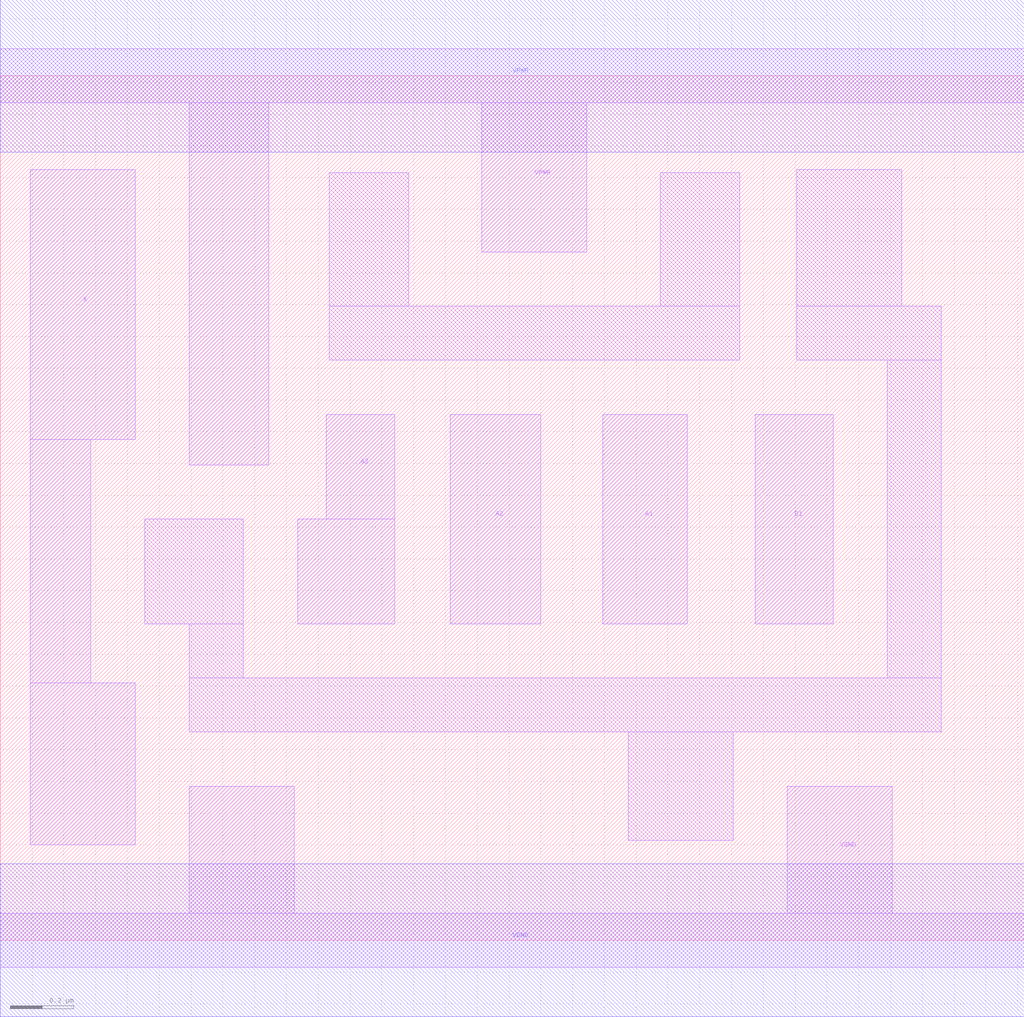
<source format=lef>
# Copyright 2020 The SkyWater PDK Authors
#
# Licensed under the Apache License, Version 2.0 (the "License");
# you may not use this file except in compliance with the License.
# You may obtain a copy of the License at
#
#     https://www.apache.org/licenses/LICENSE-2.0
#
# Unless required by applicable law or agreed to in writing, software
# distributed under the License is distributed on an "AS IS" BASIS,
# WITHOUT WARRANTIES OR CONDITIONS OF ANY KIND, either express or implied.
# See the License for the specific language governing permissions and
# limitations under the License.
#
# SPDX-License-Identifier: Apache-2.0

VERSION 5.5 ;
NAMESCASESENSITIVE ON ;
BUSBITCHARS "[]" ;
DIVIDERCHAR "/" ;
MACRO sky130_fd_sc_hd__a31o_1
  CLASS CORE ;
  SOURCE USER ;
  ORIGIN  0.000000  0.000000 ;
  SIZE  3.220000 BY  2.720000 ;
  SYMMETRY X Y R90 ;
  SITE unithd ;
  PIN A1
    ANTENNAGATEAREA  0.247500 ;
    DIRECTION INPUT ;
    USE SIGNAL ;
    PORT
      LAYER li1 ;
        RECT 1.895000 0.995000 2.160000 1.655000 ;
    END
  END A1
  PIN A2
    ANTENNAGATEAREA  0.247500 ;
    DIRECTION INPUT ;
    USE SIGNAL ;
    PORT
      LAYER li1 ;
        RECT 1.415000 0.995000 1.700000 1.655000 ;
    END
  END A2
  PIN A3
    ANTENNAGATEAREA  0.247500 ;
    DIRECTION INPUT ;
    USE SIGNAL ;
    PORT
      LAYER li1 ;
        RECT 0.935000 0.995000 1.240000 1.325000 ;
        RECT 1.025000 1.325000 1.240000 1.655000 ;
    END
  END A3
  PIN B1
    ANTENNAGATEAREA  0.247500 ;
    DIRECTION INPUT ;
    USE SIGNAL ;
    PORT
      LAYER li1 ;
        RECT 2.375000 0.995000 2.620000 1.655000 ;
    END
  END B1
  PIN X
    ANTENNADIFFAREA  0.437250 ;
    DIRECTION OUTPUT ;
    USE SIGNAL ;
    PORT
      LAYER li1 ;
        RECT 0.095000 0.300000 0.425000 0.810000 ;
        RECT 0.095000 0.810000 0.285000 1.575000 ;
        RECT 0.095000 1.575000 0.425000 2.425000 ;
    END
  END X
  PIN VGND
    DIRECTION INOUT ;
    SHAPE ABUTMENT ;
    USE GROUND ;
    PORT
      LAYER li1 ;
        RECT 0.000000 -0.085000 3.220000 0.085000 ;
        RECT 0.595000  0.085000 0.925000 0.485000 ;
        RECT 2.475000  0.085000 2.805000 0.485000 ;
    END
    PORT
      LAYER met1 ;
        RECT 0.000000 -0.240000 3.220000 0.240000 ;
    END
  END VGND
  PIN VPWR
    DIRECTION INOUT ;
    SHAPE ABUTMENT ;
    USE POWER ;
    PORT
      LAYER li1 ;
        RECT 0.000000 2.635000 3.220000 2.805000 ;
        RECT 0.595000 1.495000 0.845000 2.635000 ;
        RECT 1.515000 2.165000 1.845000 2.635000 ;
    END
    PORT
      LAYER met1 ;
        RECT 0.000000 2.480000 3.220000 2.960000 ;
    END
  END VPWR
  OBS
    LAYER li1 ;
      RECT 0.455000 0.995000 0.765000 1.325000 ;
      RECT 0.595000 0.655000 2.960000 0.825000 ;
      RECT 0.595000 0.825000 0.765000 0.995000 ;
      RECT 1.035000 1.825000 2.325000 1.995000 ;
      RECT 1.035000 1.995000 1.285000 2.415000 ;
      RECT 1.975000 0.315000 2.305000 0.655000 ;
      RECT 2.075000 1.995000 2.325000 2.415000 ;
      RECT 2.505000 1.825000 2.960000 1.995000 ;
      RECT 2.505000 1.995000 2.835000 2.425000 ;
      RECT 2.790000 0.825000 2.960000 1.825000 ;
  END
END sky130_fd_sc_hd__a31o_1

</source>
